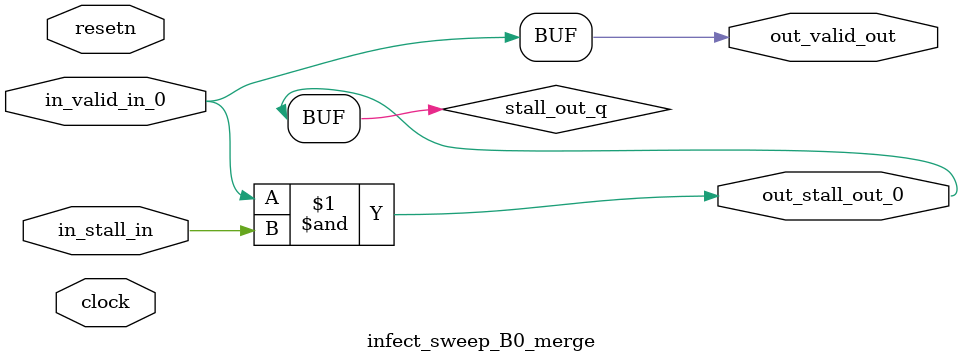
<source format=sv>



(* altera_attribute = "-name AUTO_SHIFT_REGISTER_RECOGNITION OFF; -name MESSAGE_DISABLE 10036; -name MESSAGE_DISABLE 10037; -name MESSAGE_DISABLE 14130; -name MESSAGE_DISABLE 14320; -name MESSAGE_DISABLE 15400; -name MESSAGE_DISABLE 14130; -name MESSAGE_DISABLE 10036; -name MESSAGE_DISABLE 12020; -name MESSAGE_DISABLE 12030; -name MESSAGE_DISABLE 12010; -name MESSAGE_DISABLE 12110; -name MESSAGE_DISABLE 14320; -name MESSAGE_DISABLE 13410; -name MESSAGE_DISABLE 113007; -name MESSAGE_DISABLE 10958" *)
module infect_sweep_B0_merge (
    input wire [0:0] in_stall_in,
    input wire [0:0] in_valid_in_0,
    output wire [0:0] out_stall_out_0,
    output wire [0:0] out_valid_out,
    input wire clock,
    input wire resetn
    );

    wire [0:0] stall_out_q;


    // stall_out(LOGICAL,6)
    assign stall_out_q = in_valid_in_0 & in_stall_in;

    // out_stall_out_0(GPOUT,4)
    assign out_stall_out_0 = stall_out_q;

    // out_valid_out(GPOUT,5)
    assign out_valid_out = in_valid_in_0;

endmodule

</source>
